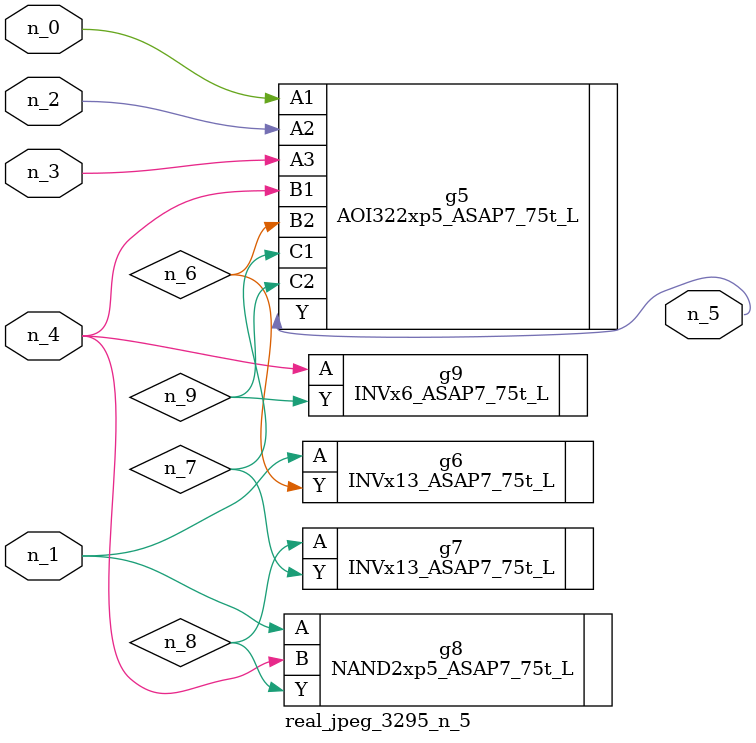
<source format=v>
module real_jpeg_3295_n_5 (n_4, n_0, n_1, n_2, n_3, n_5);

input n_4;
input n_0;
input n_1;
input n_2;
input n_3;

output n_5;

wire n_8;
wire n_6;
wire n_7;
wire n_9;

AOI322xp5_ASAP7_75t_L g5 ( 
.A1(n_0),
.A2(n_2),
.A3(n_3),
.B1(n_4),
.B2(n_6),
.C1(n_7),
.C2(n_9),
.Y(n_5)
);

INVx13_ASAP7_75t_L g6 ( 
.A(n_1),
.Y(n_6)
);

NAND2xp5_ASAP7_75t_L g8 ( 
.A(n_1),
.B(n_4),
.Y(n_8)
);

INVx6_ASAP7_75t_L g9 ( 
.A(n_4),
.Y(n_9)
);

INVx13_ASAP7_75t_L g7 ( 
.A(n_8),
.Y(n_7)
);


endmodule
</source>
